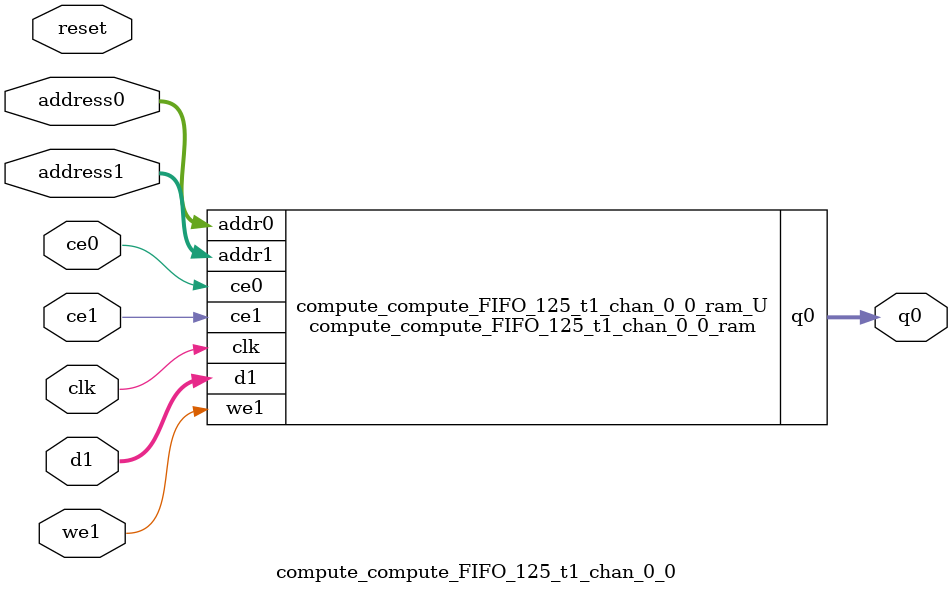
<source format=v>
`timescale 1 ns / 1 ps
module compute_compute_FIFO_125_t1_chan_0_0_ram (addr0, ce0, q0, addr1, ce1, d1, we1,  clk);

parameter DWIDTH = 32;
parameter AWIDTH = 7;
parameter MEM_SIZE = 125;

input[AWIDTH-1:0] addr0;
input ce0;
output reg[DWIDTH-1:0] q0;
input[AWIDTH-1:0] addr1;
input ce1;
input[DWIDTH-1:0] d1;
input we1;
input clk;

(* ram_style = "block" *)reg [DWIDTH-1:0] ram[0:MEM_SIZE-1];




always @(posedge clk)  
begin 
    if (ce0) begin
        q0 <= ram[addr0];
    end
end


always @(posedge clk)  
begin 
    if (ce1) begin
        if (we1) 
            ram[addr1] <= d1; 
    end
end


endmodule

`timescale 1 ns / 1 ps
module compute_compute_FIFO_125_t1_chan_0_0(
    reset,
    clk,
    address0,
    ce0,
    q0,
    address1,
    ce1,
    we1,
    d1);

parameter DataWidth = 32'd32;
parameter AddressRange = 32'd125;
parameter AddressWidth = 32'd7;
input reset;
input clk;
input[AddressWidth - 1:0] address0;
input ce0;
output[DataWidth - 1:0] q0;
input[AddressWidth - 1:0] address1;
input ce1;
input we1;
input[DataWidth - 1:0] d1;



compute_compute_FIFO_125_t1_chan_0_0_ram compute_compute_FIFO_125_t1_chan_0_0_ram_U(
    .clk( clk ),
    .addr0( address0 ),
    .ce0( ce0 ),
    .q0( q0 ),
    .addr1( address1 ),
    .ce1( ce1 ),
    .we1( we1 ),
    .d1( d1 ));

endmodule


</source>
